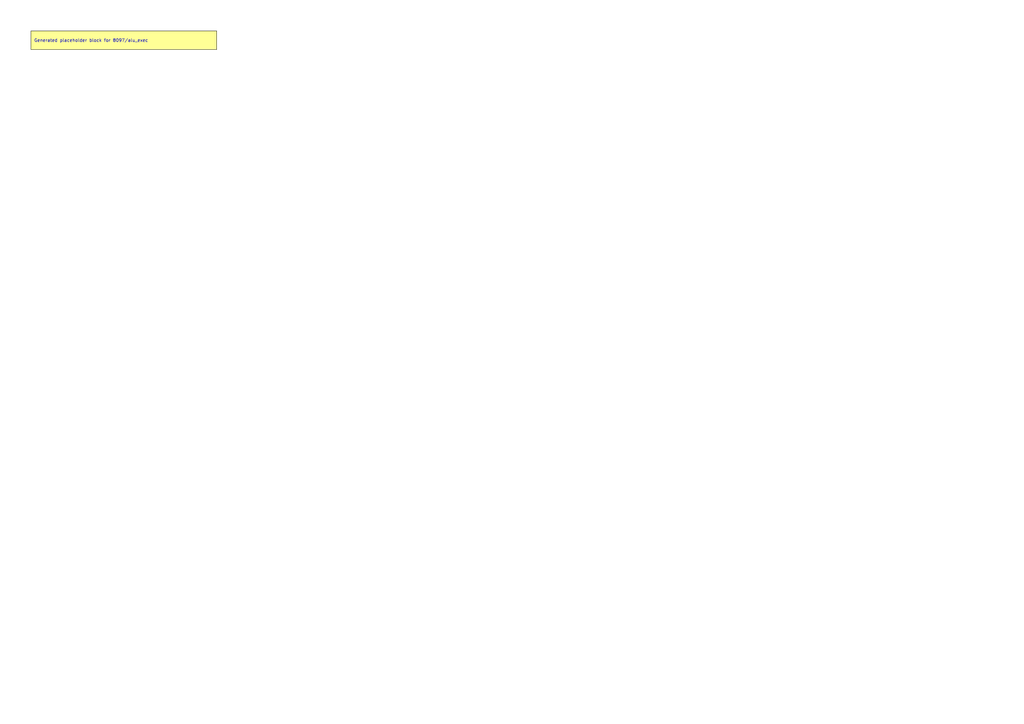
<source format=kicad_sch>
(kicad_sch
	(version 20250114)
	(generator "kicadgen")
	(generator_version "0.1")
	(uuid "de85d69c-f07f-5349-b646-35904b74757b")
	(paper "A3")
	(title_block
		(title "8097::alu_exec")
		(company "Project Carbon")
		(comment 1 "Generated - do not edit in generated/")
		(comment 2 "Edit in schem/kicad9/manual/ or refine mapping specs")
	)
	(lib_symbols)
	(text_box
		"Generated placeholder block for 8097/alu_exec"
		(exclude_from_sim no)
		(at
			12.7
			12.7
			0
		)
		(size 76.2 7.62)
		(margins
			1.27
			1.27
			1.27
			1.27
		)
		(stroke
			(width 0)
			(type default)
			(color
				0
				0
				0
				1
			)
		)
		(fill
			(type color)
			(color
				255
				255
				150
				1
			)
		)
		(effects
			(font
				(size 1.27 1.27)
			)
			(justify left)
		)
		(uuid "0f16c337-65b0-5bfe-ae26-6b2b16689d53")
	)
	(sheet_instances
		(path
			"/"
			(page "1")
		)
	)
	(embedded_fonts no)
)

</source>
